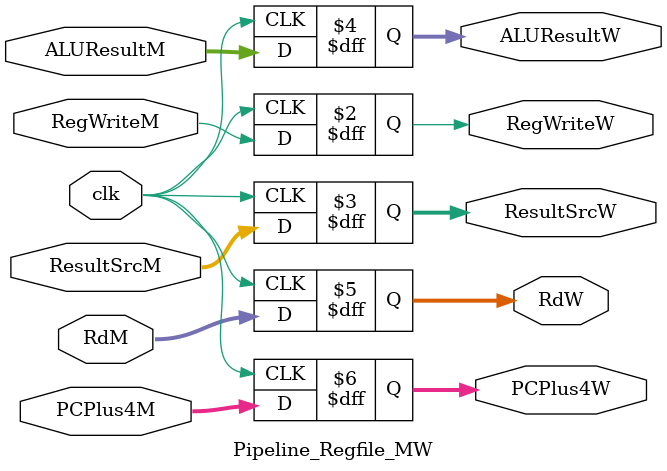
<source format=sv>
module Pipeline_Regfile_MW(
    //INPUTS
    input logic             clk,
    input logic             RegWriteM,
    input logic [1:0]       ResultSrcM,

    input logic [31:0]      ALUResultM,
    input logic [31:0]      RdM,
    input logic [31:0]      PCPlus4M,

    //OUTPUTS
    output logic             RegWriteW,
    output logic [1:0]       ResultSrcW,
    
    output logic [31:0]      ALUResultW,
    output logic [31:0]      RdW,
    output logic [31:0]      PCPlus4W,

);

always_ff @(posedge clk) begin 
    RegWriteW <= RegWriteM;
    ResultSrcW <= ResultSrcM;
    ALUResultW <= ALUResultM;
    PCPlus4W <= PCPlus4M;
    RdW <= RdM;
end

endmodule

</source>
